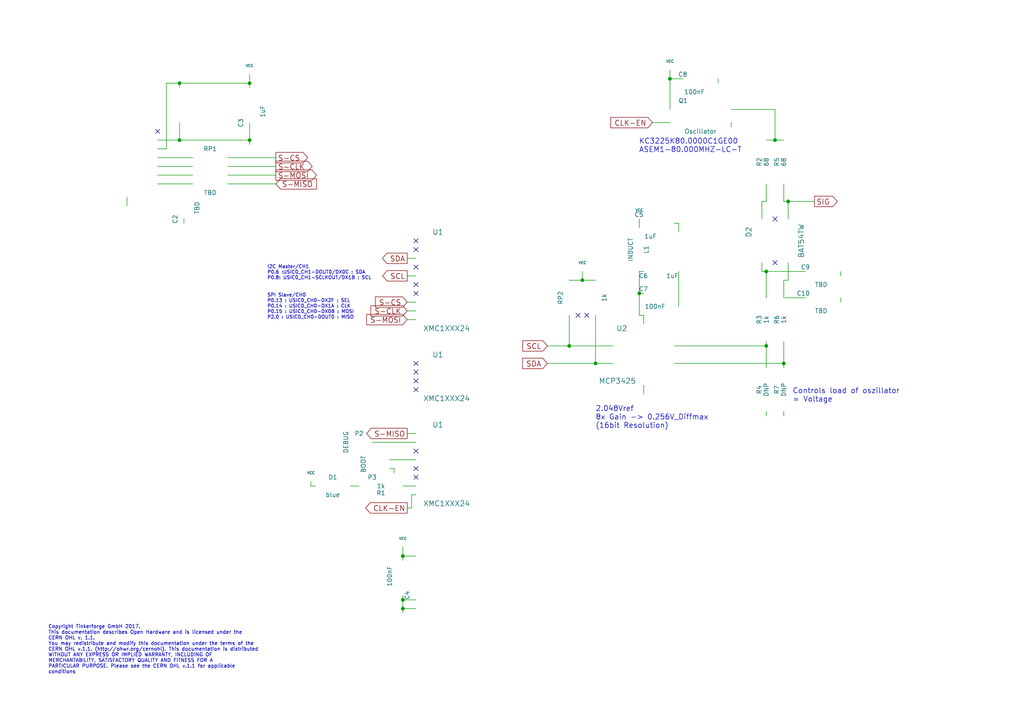
<source format=kicad_sch>
(kicad_sch (version 20230121) (generator eeschema)
  (paper "A4")
  (title_block (title "Moisture Bricklet") (date "2017-07-11") (rev "2.0") (company "Tinkerforge GmbH") (comment 1 "Licensed under CERN OHL v.1.1") (comment 2 "Copyright (©) 2017, B.Nordmeyer <bastian@tinkerforge.com>"))
  (lib_symbols)
  (junction (at 165.1 100.33))
  (junction (at 52.07 24.13))
  (junction (at 72.39 40.64))
  (junction (at 222.25 78.74))
  (junction (at 116.84 176.53))
  (junction (at 116.84 173.99))
  (junction (at 168.91 81.28))
  (junction (at 224.79 40.64))
  (junction (at 116.84 161.29))
  (junction (at 172.72 105.41))
  (junction (at 194.31 22.86))
  (junction (at 222.25 100.33))
  (junction (at 52.07 40.64))
  (junction (at 185.42 85.09))
  (junction (at 228.6 58.42))
  (junction (at 227.33 105.41))
  (junction (at 72.39 24.13))
  (no_connect (at 170.18 91.44))
  (no_connect (at 167.64 91.44))
  (no_connect (at 120.65 135.89))
  (no_connect (at 120.65 110.49))
  (no_connect (at 224.79 63.5))
  (no_connect (at 120.65 82.55))
  (no_connect (at 120.65 138.43))
  (no_connect (at 120.65 77.47))
  (no_connect (at 120.65 105.41))
  (no_connect (at 120.65 69.85))
  (no_connect (at 120.65 72.39))
  (no_connect (at 120.65 130.81))
  (no_connect (at 45.72 38.1))
  (no_connect (at 224.79 76.2))
  (no_connect (at 120.65 85.09))
  (no_connect (at 120.65 113.03))
  (no_connect (at 120.65 107.95))
  (wire (pts (xy 208.28 24.13) (xy 208.28 22.86)))
  (wire (pts (xy 118.11 87.63) (xy 120.65 87.63)))
  (wire (pts (xy 116.84 161.29) (xy 120.65 161.29)))
  (wire (pts (xy 72.39 24.13) (xy 72.39 25.4)))
  (wire (pts (xy 118.11 74.93) (xy 120.65 74.93)))
  (wire (pts (xy 80.01 48.26) (xy 66.04 48.26)))
  (wire (pts (xy 116.84 173.99) (xy 116.84 176.53)))
  (wire (pts (xy 120.65 173.99) (xy 116.84 173.99)))
  (wire (pts (xy 186.69 85.09) (xy 185.42 85.09)))
  (wire (pts (xy 194.31 22.86) (xy 194.31 31.75)))
  (wire (pts (xy 113.03 135.89) (xy 114.3 135.89)))
  (wire (pts (xy 165.1 81.28) (xy 168.91 81.28)))
  (wire (pts (xy 194.31 22.86) (xy 198.12 22.86)))
  (wire (pts (xy 118.11 125.73) (xy 120.65 125.73)))
  (wire (pts (xy 195.58 105.41) (xy 227.33 105.41)))
  (wire (pts (xy 189.23 35.56) (xy 194.31 35.56)))
  (wire (pts (xy 172.72 105.41) (xy 158.75 105.41)))
  (wire (pts (xy 52.07 24.13) (xy 72.39 24.13)))
  (wire (pts (xy 66.04 50.8) (xy 80.01 50.8)))
  (wire (pts (xy 220.98 78.74) (xy 222.25 78.74)))
  (wire (pts (xy 172.72 91.44) (xy 172.72 105.41)))
  (wire (pts (xy 48.26 24.13) (xy 52.07 24.13)))
  (wire (pts (xy 228.6 58.42) (xy 236.22 58.42)))
  (wire (pts (xy 120.65 143.51) (xy 119.38 143.51)))
  (wire (pts (xy 222.25 40.64) (xy 224.79 40.64)))
  (wire (pts (xy 220.98 58.42) (xy 222.25 58.42)))
  (wire (pts (xy 177.8 105.41) (xy 172.72 105.41)))
  (wire (pts (xy 116.84 172.72) (xy 116.84 173.99)))
  (wire (pts (xy 222.25 120.65) (xy 222.25 119.38)))
  (wire (pts (xy 196.85 78.74) (xy 196.85 88.9)))
  (wire (pts (xy 227.33 120.65) (xy 227.33 119.38)))
  (wire (pts (xy 212.09 31.75) (xy 224.79 31.75)))
  (wire (pts (xy 165.1 100.33) (xy 177.8 100.33)))
  (wire (pts (xy 185.42 85.09) (xy 185.42 78.74)))
  (wire (pts (xy 228.6 81.28) (xy 227.33 81.28)))
  (wire (pts (xy 104.14 140.97) (xy 101.6 140.97)))
  (wire (pts (xy 48.26 43.18) (xy 48.26 24.13)))
  (wire (pts (xy 222.25 58.42) (xy 222.25 53.34)))
  (wire (pts (xy 107.95 128.27) (xy 120.65 128.27)))
  (wire (pts (xy 116.84 176.53) (xy 116.84 177.8)))
  (wire (pts (xy 168.91 81.28) (xy 172.72 81.28)))
  (wire (pts (xy 91.44 140.97) (xy 90.17 140.97)))
  (wire (pts (xy 220.98 63.5) (xy 220.98 58.42)))
  (wire (pts (xy 224.79 31.75) (xy 224.79 40.64)))
  (wire (pts (xy 80.01 53.34) (xy 66.04 53.34)))
  (wire (pts (xy 36.83 59.69) (xy 36.83 57.15)))
  (wire (pts (xy 228.6 76.2) (xy 228.6 81.28)))
  (wire (pts (xy 185.42 63.5) (xy 185.42 66.04)))
  (wire (pts (xy 66.04 45.72) (xy 80.01 45.72)))
  (wire (pts (xy 120.65 92.71) (xy 118.11 92.71)))
  (wire (pts (xy 45.72 50.8) (xy 55.88 50.8)))
  (wire (pts (xy 222.25 99.06) (xy 222.25 100.33)))
  (wire (pts (xy 222.25 78.74) (xy 233.68 78.74)))
  (wire (pts (xy 194.31 20.32) (xy 194.31 22.86)))
  (wire (pts (xy 196.85 64.77) (xy 196.85 67.31)))
  (wire (pts (xy 227.33 58.42) (xy 228.6 58.42)))
  (wire (pts (xy 72.39 40.64) (xy 72.39 41.91)))
  (wire (pts (xy 45.72 53.34) (xy 55.88 53.34)))
  (wire (pts (xy 114.3 135.89) (xy 114.3 137.16)))
  (wire (pts (xy 227.33 81.28) (xy 227.33 86.36)))
  (wire (pts (xy 186.69 93.98) (xy 186.69 91.44)))
  (wire (pts (xy 52.07 24.13) (xy 52.07 25.4)))
  (wire (pts (xy 52.07 40.64) (xy 72.39 40.64)))
  (wire (pts (xy 185.42 91.44) (xy 185.42 85.09)))
  (wire (pts (xy 120.65 80.01) (xy 118.11 80.01)))
  (wire (pts (xy 45.72 48.26) (xy 55.88 48.26)))
  (wire (pts (xy 243.84 87.63) (xy 243.84 86.36)))
  (wire (pts (xy 220.98 76.2) (xy 220.98 78.74)))
  (wire (pts (xy 165.1 91.44) (xy 165.1 100.33)))
  (wire (pts (xy 212.09 36.83) (xy 212.09 35.56)))
  (wire (pts (xy 116.84 158.75) (xy 116.84 161.29)))
  (wire (pts (xy 116.84 161.29) (xy 116.84 162.56)))
  (wire (pts (xy 119.38 147.32) (xy 118.11 147.32)))
  (wire (pts (xy 119.38 143.51) (xy 119.38 147.32)))
  (wire (pts (xy 224.79 40.64) (xy 227.33 40.64)))
  (wire (pts (xy 228.6 58.42) (xy 228.6 63.5)))
  (wire (pts (xy 45.72 40.64) (xy 52.07 40.64)))
  (wire (pts (xy 195.58 100.33) (xy 222.25 100.33)))
  (wire (pts (xy 90.17 140.97) (xy 90.17 139.7)))
  (wire (pts (xy 72.39 21.59) (xy 72.39 24.13)))
  (wire (pts (xy 168.91 78.74) (xy 168.91 81.28)))
  (wire (pts (xy 185.42 78.74) (xy 186.69 78.74)))
  (wire (pts (xy 243.84 80.01) (xy 243.84 78.74)))
  (wire (pts (xy 195.58 64.77) (xy 196.85 64.77)))
  (wire (pts (xy 158.75 100.33) (xy 165.1 100.33)))
  (wire (pts (xy 222.25 100.33) (xy 222.25 106.68)))
  (wire (pts (xy 227.33 105.41) (xy 227.33 106.68)))
  (wire (pts (xy 116.84 176.53) (xy 120.65 176.53)))
  (wire (pts (xy 186.69 114.3) (xy 186.69 111.76)))
  (wire (pts (xy 222.25 78.74) (xy 222.25 86.36)))
  (wire (pts (xy 113.03 133.35) (xy 120.65 133.35)))
  (wire (pts (xy 116.84 140.97) (xy 120.65 140.97)))
  (wire (pts (xy 227.33 53.34) (xy 227.33 58.42)))
  (wire (pts (xy 120.65 90.17) (xy 118.11 90.17)))
  (wire (pts (xy 186.69 91.44) (xy 185.42 91.44)))
  (wire (pts (xy 227.33 86.36) (xy 233.68 86.36)))
  (wire (pts (xy 72.39 35.56) (xy 72.39 40.64)))
  (wire (pts (xy 227.33 99.06) (xy 227.33 105.41)))
  (wire (pts (xy 45.72 45.72) (xy 55.88 45.72)))
  (wire (pts (xy 53.34 63.5) (xy 53.34 64.77)))
  (wire (pts (xy 45.72 43.18) (xy 48.26 43.18)))
  (wire (pts (xy 52.07 35.56) (xy 52.07 40.64)))
  (text "2.048Vref\n8x Gain -> 0.256V_Diffmax\n(16bit Resolution)" (at 172.72 124.46 0) (effects (font (size 1.524 1.524)) (justify left bottom)))
  (text " KC3225K80.0000C1GE00 \n ASEM1-80.000MHZ-LC-T " (at 184.15 44.45 0) (effects (font (size 1.524 1.524)) (justify left bottom)))
  (text "SPI Slave/CH0\nP0.13 : USIC0_CH0-DX2F : SEL\nP0.14 : USIC0_CH0-DX1A : CLK\nP0.15 : USIC0_CH0-DX0B : MOSI\nP2.0 : USIC0_CH0-DOUT0 : MISO" (at 77.47 92.71 0) (effects (font (size 0.9906 0.9906)) (justify left bottom)))
  (text "Copyright Tinkerforge GmbH 2017.\nThis documentation describes Open Hardware and is licensed under the\nCERN OHL v. 1.1.\nYou may redistribute and modify this documentation under the terms of the\nCERN OHL v.1.1. (http://ohwr.org/cernohl). This documentation is distributed\nWITHOUT ANY EXPRESS OR IMPLIED WARRANTY, INCLUDING OF\nMERCHANTABILITY, SATISFACTORY QUALITY AND FITNESS FOR A\nPARTICULAR PURPOSE. Please see the CERN OHL v.1.1 for applicable\nconditions\n" (at 13.97 195.58 0) (effects (font (size 1.016 1.016)) (justify left bottom)))
  (text "Controls load of oszillator\n= Voltage" (at 229.87 116.84 0) (effects (font (size 1.524 1.524)) (justify left bottom)))
  (text "I2C Master/CH1\nP0.6 :USIC0_CH1-DOUT0/DX0C : SDA\nP0.8: USIC0_CH1-SCLKOUT/DX1B : SCL" (at 77.47 81.28 0) (effects (font (size 0.9906 0.9906)) (justify left bottom)))
  (global_label "SDA" (shape input) (at 158.75 105.41 180) (effects (font (size 1.524 1.524))) (property "Intersheetrefs" "${INTERSHEET_REFS}" (effects hide)))
  (global_label "S-MISO" (shape input) (at 80.01 53.34 0) (effects (font (size 1.524 1.524))) (property "Intersheetrefs" "${INTERSHEET_REFS}" (effects hide)))
  (global_label "SIG" (shape output) (at 236.22 58.42 0) (effects (font (size 1.524 1.524))) (property "Intersheetrefs" "${INTERSHEET_REFS}" (effects hide)))
  (global_label "SDA" (shape output) (at 118.11 74.93 180) (effects (font (size 1.524 1.524))) (property "Intersheetrefs" "${INTERSHEET_REFS}" (effects hide)))
  (global_label "CLK-EN" (shape input) (at 189.23 35.56 180) (effects (font (size 1.524 1.524))) (property "Intersheetrefs" "${INTERSHEET_REFS}" (effects hide)))
  (global_label "S-CLK" (shape output) (at 80.01 48.26 0) (effects (font (size 1.524 1.524))) (property "Intersheetrefs" "${INTERSHEET_REFS}" (effects hide)))
  (global_label "S-MISO" (shape output) (at 118.11 125.73 180) (effects (font (size 1.524 1.524))) (property "Intersheetrefs" "${INTERSHEET_REFS}" (effects hide)))
  (global_label "SCL" (shape input) (at 158.75 100.33 180) (effects (font (size 1.524 1.524))) (property "Intersheetrefs" "${INTERSHEET_REFS}" (effects hide)))
  (global_label "CLK-EN" (shape output) (at 118.11 147.32 180) (effects (font (size 1.524 1.524))) (property "Intersheetrefs" "${INTERSHEET_REFS}" (effects hide)))
  (global_label "S-CS" (shape output) (at 80.01 45.72 0) (effects (font (size 1.524 1.524))) (property "Intersheetrefs" "${INTERSHEET_REFS}" (effects hide)))
  (global_label "S-CS" (shape input) (at 118.11 87.63 180) (effects (font (size 1.524 1.524))) (property "Intersheetrefs" "${INTERSHEET_REFS}" (effects hide)))
  (global_label "S-MOSI" (shape input) (at 118.11 92.71 180) (effects (font (size 1.524 1.524))) (property "Intersheetrefs" "${INTERSHEET_REFS}" (effects hide)))
  (global_label "SCL" (shape output) (at 118.11 80.01 180) (effects (font (size 1.524 1.524))) (property "Intersheetrefs" "${INTERSHEET_REFS}" (effects hide)))
  (global_label "S-CLK" (shape input) (at 118.11 90.17 180) (effects (font (size 1.524 1.524))) (property "Intersheetrefs" "${INTERSHEET_REFS}" (effects hide)))
  (global_label "S-MOSI" (shape output) (at 80.01 50.8 0) (effects (font (size 1.524 1.524))) (property "Intersheetrefs" "${INTERSHEET_REFS}" (effects hide)))
  (symbol (lib_id "CON-SENSOR2") (at 36.83 45.72 0) (mirror y) (unit 1)
    (property "Reference" "P1" (at 33.02 35.56 0) (effects (font (size 1.524 1.524))))
    (property "Value" "CON-SENSOR2" (at 33.02 45.72 90) (effects (font (size 1.524 1.524))))
    (property "Footprint" "CON-SENSOR2" (effects hide))
  )
  (symbol (lib_id "GND") (at 36.83 59.69 0) (unit 1)
    (property "Reference" "#PWR02" (effects hide))
    (property "Value" "GND" (effects hide))
  )
  (symbol (lib_id "VCC") (at 72.39 21.59 0) (unit 1)
    (property "Reference" "#PWR01" (effects hide))
    (property "Value" "VCC" (at 72.39 19.05 0) (effects (font (size 0.762 0.762))))
  )
  (symbol (lib_id "C") (at 52.07 30.48 180) (unit 1)
    (property "Reference" "C1" (at 49.53 34.29 90) (effects (justify left)))
    (property "Value" "10uF" (at 55.88 30.48 90) (effects (justify left)))
    (property "Footprint" "C0805" (effects hide))
  )
  (symbol (lib_id "C") (at 72.39 30.48 180) (unit 1)
    (property "Reference" "C3" (at 69.85 34.29 90) (effects (justify left)))
    (property "Value" "1uF" (at 76.2 30.48 90) (effects (justify left)))
    (property "Footprint" "C0603F" (effects hide))
  )
  (symbol (lib_id "GND") (at 72.39 41.91 0) (unit 1)
    (property "Reference" "#PWR03" (effects hide))
    (property "Value" "GND" (effects hide))
  )
  (symbol (lib_id "C") (at 116.84 167.64 0) (unit 1)
    (property "Reference" "C4" (at 118.11 173.99 90) (effects (justify left)))
    (property "Value" "100nF" (at 113.03 170.18 90) (effects (justify left)))
    (property "Footprint" "C0603F" (effects hide))
  )
  (symbol (lib_id "VCC") (at 116.84 158.75 0) (unit 1)
    (property "Reference" "#PWR04" (effects hide))
    (property "Value" "VCC" (at 116.84 156.21 0) (effects (font (size 0.762 0.762))))
  )
  (symbol (lib_id "GND") (at 116.84 177.8 0) (unit 1)
    (property "Reference" "#PWR05" (effects hide))
    (property "Value" "GND" (effects hide))
  )
  (symbol (lib_id "LED") (at 96.52 140.97 0) (unit 1)
    (property "Reference" "D1" (at 96.52 138.43 0))
    (property "Value" "blue" (at 96.52 143.51 0))
    (property "Footprint" "D0603E" (effects hide))
  )
  (symbol (lib_id "CONN_01X02") (at 107.95 134.62 180) (unit 1)
    (property "Reference" "P3" (at 107.95 138.43 0))
    (property "Value" "BOOT" (at 105.41 134.62 90))
    (property "Footprint" "kicad-libraries:SolderJumper" (effects hide))
  )
  (symbol (lib_id "VCC") (at 90.17 139.7 0) (unit 1)
    (property "Reference" "#PWR06" (effects hide))
    (property "Value" "VCC" (at 90.17 137.16 0) (effects (font (size 0.762 0.762))))
  )
  (symbol (lib_id "GND") (at 114.3 137.16 0) (unit 1)
    (property "Reference" "#PWR07" (effects hide))
    (property "Value" "GND" (effects hide))
  )
  (symbol (lib_id "R") (at 110.49 140.97 270) (unit 1)
    (property "Reference" "R1" (at 110.49 143.002 90))
    (property "Value" "1k" (at 110.49 140.97 90))
    (property "Footprint" "R0603F" (effects hide))
  )
  (symbol (lib_id "XMC1XXX24") (at 129.54 109.22 0) (unit 3)
    (property "Reference" "U1" (at 127 102.87 0) (effects (font (size 1.524 1.524))))
    (property "Value" "XMC1XXX24" (at 129.54 115.57 0) (effects (font (size 1.524 1.524))))
    (property "Footprint" "kicad-libraries:QFN24-4x4mm-0.5mm" (effects hide))
  )
  (symbol (lib_id "XMC1XXX24") (at 129.54 81.28 0) (unit 2)
    (property "Reference" "U1" (at 127 67.31 0) (effects (font (size 1.524 1.524))))
    (property "Value" "XMC1XXX24" (at 129.54 95.25 0) (effects (font (size 1.524 1.524))))
    (property "Footprint" "kicad-libraries:QFN24-4x4mm-0.5mm" (effects hide))
  )
  (symbol (lib_id "XMC1XXX24") (at 129.54 134.62 0) (unit 4)
    (property "Reference" "U1" (at 127 123.19 0) (effects (font (size 1.524 1.524))))
    (property "Value" "XMC1XXX24" (at 129.54 146.05 0) (effects (font (size 1.524 1.524))))
    (property "Footprint" "kicad-libraries:QFN24-4x4mm-0.5mm" (effects hide))
  )
  (symbol (lib_id "XMC1XXX24") (at 129.54 168.91 0) (unit 1)
    (property "Reference" "U1" (at 125.73 158.75 0) (effects (font (size 1.524 1.524))))
    (property "Value" "XMC1XXX24" (at 129.54 179.07 0) (effects (font (size 1.524 1.524))))
    (property "Footprint" "kicad-libraries:QFN24-4x4mm-0.5mm" (effects hide))
  )
  (symbol (lib_id "GND") (at 53.34 64.77 0) (unit 1)
    (property "Reference" "#PWR08" (effects hide))
    (property "Value" "GND" (effects hide))
  )
  (symbol (lib_id "R_PACK4") (at 60.96 54.61 0) (unit 1)
    (property "Reference" "RP1" (at 60.96 43.18 0))
    (property "Value" "TBD" (at 60.96 55.88 0))
    (property "Footprint" "4X0402" (effects hide))
  )
  (symbol (lib_id "C") (at 53.34 58.42 180) (unit 1)
    (property "Reference" "C2" (at 50.8 62.23 90) (effects (justify left)))
    (property "Value" "TBD" (at 57.15 58.42 90) (effects (justify left)))
    (property "Footprint" "C0402F" (effects hide))
  )
  (symbol (lib_id "CONN_01X01") (at 102.87 128.27 180) (unit 1)
    (property "Reference" "P2" (at 104.14 125.73 0))
    (property "Value" "DEBUG" (at 100.33 128.27 90))
    (property "Footprint" "kicad-libraries:DEBUG_PAD" (effects hide))
  )
  (symbol (lib_id "MCP3425") (at 186.69 102.87 0) (unit 1)
    (property "Reference" "U2" (at 180.34 95.25 0) (effects (font (size 1.524 1.524))))
    (property "Value" "MCP3425" (at 179.07 110.49 0) (effects (font (size 1.524 1.524))))
    (property "Footprint" "SOT23-6" (effects hide))
  )
  (symbol (lib_id "VCC") (at 185.42 63.5 0) (unit 1)
    (property "Reference" "#PWR09" (effects hide))
    (property "Value" "VCC" (at 185.42 60.96 0) (effects (font (size 0.762 0.762))))
  )
  (symbol (lib_id "GND") (at 186.69 114.3 0) (unit 1)
    (property "Reference" "#PWR010" (effects hide))
    (property "Value" "GND" (effects hide))
  )
  (symbol (lib_id "R_PACK4") (at 173.99 86.36 90) (mirror x) (unit 1)
    (property "Reference" "RP2" (at 162.56 86.36 0))
    (property "Value" "1k" (at 175.26 86.36 0))
    (property "Footprint" "4X0603" (effects hide))
  )
  (symbol (lib_id "VCC") (at 168.91 78.74 0) (unit 1)
    (property "Reference" "#PWR011" (effects hide))
    (property "Value" "VCC" (at 168.91 76.2 0) (effects (font (size 0.762 0.762))))
  )
  (symbol (lib_id "C") (at 191.77 78.74 90) (unit 1)
    (property "Reference" "C6" (at 187.96 80.01 90) (effects (justify left)))
    (property "Value" "1uF" (at 196.85 80.01 90) (effects (justify left)))
    (property "Footprint" "C0603F" (effects hide))
  )
  (symbol (lib_id "INDUCT") (at 185.42 72.39 0) (unit 1)
    (property "Reference" "L1" (at 187.452 72.39 90))
    (property "Value" "INDUCT" (at 182.88 72.39 90))
    (property "Footprint" "R0603F" (effects hide))
  )
  (symbol (lib_id "C") (at 190.5 64.77 90) (unit 1)
    (property "Reference" "C5" (at 186.69 62.23 90) (effects (justify left)))
    (property "Value" "1uF" (at 190.5 68.58 90) (effects (justify left)))
    (property "Footprint" "C0603F" (effects hide))
  )
  (symbol (lib_id "C") (at 191.77 85.09 90) (unit 1)
    (property "Reference" "C7" (at 187.96 83.82 90) (effects (justify left)))
    (property "Value" "100nF" (at 193.04 88.9 90) (effects (justify left)))
    (property "Footprint" "C0603F" (effects hide))
  )
  (symbol (lib_id "GND") (at 196.85 88.9 0) (unit 1)
    (property "Reference" "#PWR012" (effects hide))
    (property "Value" "GND" (effects hide))
  )
  (symbol (lib_id "GND") (at 196.85 67.31 0) (unit 1)
    (property "Reference" "#PWR013" (effects hide))
    (property "Value" "GND" (effects hide))
  )
  (symbol (lib_id "Oscillator") (at 203.2 34.29 0) (unit 1)
    (property "Reference" "Q1" (at 198.12 29.21 0))
    (property "Value" "Oscillator" (at 203.2 38.1 0))
    (property "Footprint" "CRYSTAL_3225_4" (effects hide))
  )
  (symbol (lib_id "C") (at 203.2 22.86 90) (unit 1)
    (property "Reference" "C8" (at 199.39 21.59 90) (effects (justify left)))
    (property "Value" "100nF" (at 204.47 26.67 90) (effects (justify left)))
    (property "Footprint" "C0603F" (effects hide))
  )
  (symbol (lib_id "GND") (at 208.28 24.13 0) (unit 1)
    (property "Reference" "#PWR014" (effects hide))
    (property "Value" "GND" (effects hide))
  )
  (symbol (lib_id "VCC") (at 194.31 20.32 0) (unit 1)
    (property "Reference" "#PWR015" (effects hide))
    (property "Value" "VCC" (at 194.31 17.78 0) (effects (font (size 0.762 0.762))))
  )
  (symbol (lib_id "GND") (at 212.09 36.83 0) (unit 1)
    (property "Reference" "#PWR016" (effects hide))
    (property "Value" "GND" (effects hide))
  )
  (symbol (lib_id "R") (at 227.33 46.99 180) (unit 1)
    (property "Reference" "R5" (at 225.298 46.99 90))
    (property "Value" "68" (at 227.33 46.99 90))
    (property "Footprint" "R0603F" (effects hide))
  )
  (symbol (lib_id "R") (at 222.25 46.99 180) (unit 1)
    (property "Reference" "R2" (at 220.218 46.99 90))
    (property "Value" "68" (at 222.25 46.99 90))
    (property "Footprint" "R0603F" (effects hide))
  )
  (symbol (lib_id "C") (at 238.76 78.74 90) (unit 1)
    (property "Reference" "C9" (at 234.95 77.47 90) (effects (justify left)))
    (property "Value" "TBD" (at 240.03 82.55 90) (effects (justify left)))
    (property "Footprint" "C0603F" (effects hide))
  )
  (symbol (lib_id "C") (at 238.76 86.36 90) (unit 1)
    (property "Reference" "C10" (at 234.95 85.09 90) (effects (justify left)))
    (property "Value" "TBD" (at 240.03 90.17 90) (effects (justify left)))
    (property "Footprint" "C0603F" (effects hide))
  )
  (symbol (lib_id "GND") (at 243.84 80.01 0) (unit 1)
    (property "Reference" "#PWR017" (effects hide))
    (property "Value" "GND" (effects hide))
  )
  (symbol (lib_id "GND") (at 243.84 87.63 0) (unit 1)
    (property "Reference" "#PWR018" (effects hide))
    (property "Value" "GND" (effects hide))
  )
  (symbol (lib_id "R") (at 222.25 92.71 180) (unit 1)
    (property "Reference" "R3" (at 220.218 92.71 90))
    (property "Value" "1k" (at 222.25 92.71 90))
    (property "Footprint" "R0603F" (effects hide))
  )
  (symbol (lib_id "R") (at 227.33 92.71 180) (unit 1)
    (property "Reference" "R6" (at 225.298 92.71 90))
    (property "Value" "1k" (at 227.33 92.71 90))
    (property "Footprint" "R0603F" (effects hide))
  )
  (symbol (lib_id "R") (at 222.25 113.03 180) (unit 1)
    (property "Reference" "R4" (at 220.218 113.03 90))
    (property "Value" "DNP" (at 222.25 113.03 90))
    (property "Footprint" "R0603F" (effects hide))
  )
  (symbol (lib_id "R") (at 227.33 113.03 180) (unit 1)
    (property "Reference" "R7" (at 225.298 113.03 90))
    (property "Value" "DNP" (at 227.33 113.03 90))
    (property "Footprint" "R0603F" (effects hide))
  )
  (symbol (lib_id "GND") (at 222.25 120.65 0) (unit 1)
    (property "Reference" "#PWR019" (effects hide))
    (property "Value" "GND" (effects hide))
  )
  (symbol (lib_id "GND") (at 227.33 120.65 0) (unit 1)
    (property "Reference" "#PWR020" (effects hide))
    (property "Value" "GND" (effects hide))
  )
  (symbol (lib_id "BAT54TW") (at 224.79 69.85 90) (mirror x) (unit 1)
    (property "Reference" "D2" (at 217.17 67.31 0) (effects (font (size 1.524 1.524))))
    (property "Value" "BAT54TW" (at 232.41 69.85 0) (effects (font (size 1.524 1.524))))
    (property "Footprint" "kicad-libraries:SOT363" (effects hide))
  )
)
</source>
